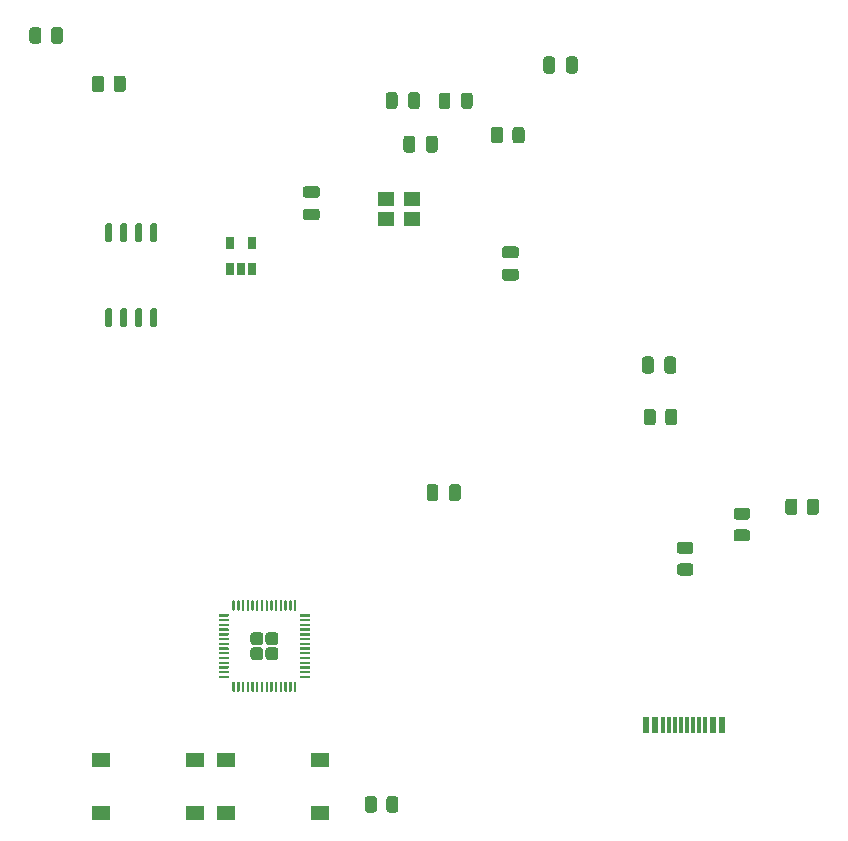
<source format=gtp>
%TF.GenerationSoftware,KiCad,Pcbnew,(5.1.12)-1*%
%TF.CreationDate,2026-01-09T19:54:51+05:30*%
%TF.ProjectId,Aniket_Board,416e696b-6574-45f4-926f-6172642e6b69,rev?*%
%TF.SameCoordinates,Original*%
%TF.FileFunction,Paste,Top*%
%TF.FilePolarity,Positive*%
%FSLAX46Y46*%
G04 Gerber Fmt 4.6, Leading zero omitted, Abs format (unit mm)*
G04 Created by KiCad (PCBNEW (5.1.12)-1) date 2026-01-09 19:54:51*
%MOMM*%
%LPD*%
G01*
G04 APERTURE LIST*
%ADD10R,1.400000X1.200000*%
%ADD11R,1.550000X1.300000*%
%ADD12R,0.600000X1.450000*%
%ADD13R,0.300000X1.450000*%
%ADD14R,0.650000X1.060000*%
G04 APERTURE END LIST*
%TO.C,U1*%
G36*
G01*
X139490283Y-115454717D02*
X139490283Y-114870283D01*
G75*
G02*
X139740283Y-114620283I250000J0D01*
G01*
X140324717Y-114620283D01*
G75*
G02*
X140574717Y-114870283I0J-250000D01*
G01*
X140574717Y-115454717D01*
G75*
G02*
X140324717Y-115704717I-250000J0D01*
G01*
X139740283Y-115704717D01*
G75*
G02*
X139490283Y-115454717I0J250000D01*
G01*
G37*
G36*
G01*
X139490283Y-116729717D02*
X139490283Y-116145283D01*
G75*
G02*
X139740283Y-115895283I250000J0D01*
G01*
X140324717Y-115895283D01*
G75*
G02*
X140574717Y-116145283I0J-250000D01*
G01*
X140574717Y-116729717D01*
G75*
G02*
X140324717Y-116979717I-250000J0D01*
G01*
X139740283Y-116979717D01*
G75*
G02*
X139490283Y-116729717I0J250000D01*
G01*
G37*
G36*
G01*
X140765283Y-115454717D02*
X140765283Y-114870283D01*
G75*
G02*
X141015283Y-114620283I250000J0D01*
G01*
X141599717Y-114620283D01*
G75*
G02*
X141849717Y-114870283I0J-250000D01*
G01*
X141849717Y-115454717D01*
G75*
G02*
X141599717Y-115704717I-250000J0D01*
G01*
X141015283Y-115704717D01*
G75*
G02*
X140765283Y-115454717I0J250000D01*
G01*
G37*
G36*
G01*
X140765283Y-116729717D02*
X140765283Y-116145283D01*
G75*
G02*
X141015283Y-115895283I250000J0D01*
G01*
X141599717Y-115895283D01*
G75*
G02*
X141849717Y-116145283I0J-250000D01*
G01*
X141849717Y-116729717D01*
G75*
G02*
X141599717Y-116979717I-250000J0D01*
G01*
X141015283Y-116979717D01*
G75*
G02*
X140765283Y-116729717I0J250000D01*
G01*
G37*
G36*
G01*
X136795000Y-113250000D02*
X136795000Y-113150000D01*
G75*
G02*
X136845000Y-113100000I50000J0D01*
G01*
X137620000Y-113100000D01*
G75*
G02*
X137670000Y-113150000I0J-50000D01*
G01*
X137670000Y-113250000D01*
G75*
G02*
X137620000Y-113300000I-50000J0D01*
G01*
X136845000Y-113300000D01*
G75*
G02*
X136795000Y-113250000I0J50000D01*
G01*
G37*
G36*
G01*
X136795000Y-113650000D02*
X136795000Y-113550000D01*
G75*
G02*
X136845000Y-113500000I50000J0D01*
G01*
X137620000Y-113500000D01*
G75*
G02*
X137670000Y-113550000I0J-50000D01*
G01*
X137670000Y-113650000D01*
G75*
G02*
X137620000Y-113700000I-50000J0D01*
G01*
X136845000Y-113700000D01*
G75*
G02*
X136795000Y-113650000I0J50000D01*
G01*
G37*
G36*
G01*
X136795000Y-114050000D02*
X136795000Y-113950000D01*
G75*
G02*
X136845000Y-113900000I50000J0D01*
G01*
X137620000Y-113900000D01*
G75*
G02*
X137670000Y-113950000I0J-50000D01*
G01*
X137670000Y-114050000D01*
G75*
G02*
X137620000Y-114100000I-50000J0D01*
G01*
X136845000Y-114100000D01*
G75*
G02*
X136795000Y-114050000I0J50000D01*
G01*
G37*
G36*
G01*
X136795000Y-114450000D02*
X136795000Y-114350000D01*
G75*
G02*
X136845000Y-114300000I50000J0D01*
G01*
X137620000Y-114300000D01*
G75*
G02*
X137670000Y-114350000I0J-50000D01*
G01*
X137670000Y-114450000D01*
G75*
G02*
X137620000Y-114500000I-50000J0D01*
G01*
X136845000Y-114500000D01*
G75*
G02*
X136795000Y-114450000I0J50000D01*
G01*
G37*
G36*
G01*
X136795000Y-114850000D02*
X136795000Y-114750000D01*
G75*
G02*
X136845000Y-114700000I50000J0D01*
G01*
X137620000Y-114700000D01*
G75*
G02*
X137670000Y-114750000I0J-50000D01*
G01*
X137670000Y-114850000D01*
G75*
G02*
X137620000Y-114900000I-50000J0D01*
G01*
X136845000Y-114900000D01*
G75*
G02*
X136795000Y-114850000I0J50000D01*
G01*
G37*
G36*
G01*
X136795000Y-115250000D02*
X136795000Y-115150000D01*
G75*
G02*
X136845000Y-115100000I50000J0D01*
G01*
X137620000Y-115100000D01*
G75*
G02*
X137670000Y-115150000I0J-50000D01*
G01*
X137670000Y-115250000D01*
G75*
G02*
X137620000Y-115300000I-50000J0D01*
G01*
X136845000Y-115300000D01*
G75*
G02*
X136795000Y-115250000I0J50000D01*
G01*
G37*
G36*
G01*
X136795000Y-115650000D02*
X136795000Y-115550000D01*
G75*
G02*
X136845000Y-115500000I50000J0D01*
G01*
X137620000Y-115500000D01*
G75*
G02*
X137670000Y-115550000I0J-50000D01*
G01*
X137670000Y-115650000D01*
G75*
G02*
X137620000Y-115700000I-50000J0D01*
G01*
X136845000Y-115700000D01*
G75*
G02*
X136795000Y-115650000I0J50000D01*
G01*
G37*
G36*
G01*
X136795000Y-116050000D02*
X136795000Y-115950000D01*
G75*
G02*
X136845000Y-115900000I50000J0D01*
G01*
X137620000Y-115900000D01*
G75*
G02*
X137670000Y-115950000I0J-50000D01*
G01*
X137670000Y-116050000D01*
G75*
G02*
X137620000Y-116100000I-50000J0D01*
G01*
X136845000Y-116100000D01*
G75*
G02*
X136795000Y-116050000I0J50000D01*
G01*
G37*
G36*
G01*
X136795000Y-116450000D02*
X136795000Y-116350000D01*
G75*
G02*
X136845000Y-116300000I50000J0D01*
G01*
X137620000Y-116300000D01*
G75*
G02*
X137670000Y-116350000I0J-50000D01*
G01*
X137670000Y-116450000D01*
G75*
G02*
X137620000Y-116500000I-50000J0D01*
G01*
X136845000Y-116500000D01*
G75*
G02*
X136795000Y-116450000I0J50000D01*
G01*
G37*
G36*
G01*
X136795000Y-116850000D02*
X136795000Y-116750000D01*
G75*
G02*
X136845000Y-116700000I50000J0D01*
G01*
X137620000Y-116700000D01*
G75*
G02*
X137670000Y-116750000I0J-50000D01*
G01*
X137670000Y-116850000D01*
G75*
G02*
X137620000Y-116900000I-50000J0D01*
G01*
X136845000Y-116900000D01*
G75*
G02*
X136795000Y-116850000I0J50000D01*
G01*
G37*
G36*
G01*
X136795000Y-117250000D02*
X136795000Y-117150000D01*
G75*
G02*
X136845000Y-117100000I50000J0D01*
G01*
X137620000Y-117100000D01*
G75*
G02*
X137670000Y-117150000I0J-50000D01*
G01*
X137670000Y-117250000D01*
G75*
G02*
X137620000Y-117300000I-50000J0D01*
G01*
X136845000Y-117300000D01*
G75*
G02*
X136795000Y-117250000I0J50000D01*
G01*
G37*
G36*
G01*
X136795000Y-117650000D02*
X136795000Y-117550000D01*
G75*
G02*
X136845000Y-117500000I50000J0D01*
G01*
X137620000Y-117500000D01*
G75*
G02*
X137670000Y-117550000I0J-50000D01*
G01*
X137670000Y-117650000D01*
G75*
G02*
X137620000Y-117700000I-50000J0D01*
G01*
X136845000Y-117700000D01*
G75*
G02*
X136795000Y-117650000I0J50000D01*
G01*
G37*
G36*
G01*
X136795000Y-118050000D02*
X136795000Y-117950000D01*
G75*
G02*
X136845000Y-117900000I50000J0D01*
G01*
X137620000Y-117900000D01*
G75*
G02*
X137670000Y-117950000I0J-50000D01*
G01*
X137670000Y-118050000D01*
G75*
G02*
X137620000Y-118100000I-50000J0D01*
G01*
X136845000Y-118100000D01*
G75*
G02*
X136795000Y-118050000I0J50000D01*
G01*
G37*
G36*
G01*
X136795000Y-118450000D02*
X136795000Y-118350000D01*
G75*
G02*
X136845000Y-118300000I50000J0D01*
G01*
X137620000Y-118300000D01*
G75*
G02*
X137670000Y-118350000I0J-50000D01*
G01*
X137670000Y-118450000D01*
G75*
G02*
X137620000Y-118500000I-50000J0D01*
G01*
X136845000Y-118500000D01*
G75*
G02*
X136795000Y-118450000I0J50000D01*
G01*
G37*
G36*
G01*
X137970000Y-119625000D02*
X137970000Y-118850000D01*
G75*
G02*
X138020000Y-118800000I50000J0D01*
G01*
X138120000Y-118800000D01*
G75*
G02*
X138170000Y-118850000I0J-50000D01*
G01*
X138170000Y-119625000D01*
G75*
G02*
X138120000Y-119675000I-50000J0D01*
G01*
X138020000Y-119675000D01*
G75*
G02*
X137970000Y-119625000I0J50000D01*
G01*
G37*
G36*
G01*
X138370000Y-119625000D02*
X138370000Y-118850000D01*
G75*
G02*
X138420000Y-118800000I50000J0D01*
G01*
X138520000Y-118800000D01*
G75*
G02*
X138570000Y-118850000I0J-50000D01*
G01*
X138570000Y-119625000D01*
G75*
G02*
X138520000Y-119675000I-50000J0D01*
G01*
X138420000Y-119675000D01*
G75*
G02*
X138370000Y-119625000I0J50000D01*
G01*
G37*
G36*
G01*
X138770000Y-119625000D02*
X138770000Y-118850000D01*
G75*
G02*
X138820000Y-118800000I50000J0D01*
G01*
X138920000Y-118800000D01*
G75*
G02*
X138970000Y-118850000I0J-50000D01*
G01*
X138970000Y-119625000D01*
G75*
G02*
X138920000Y-119675000I-50000J0D01*
G01*
X138820000Y-119675000D01*
G75*
G02*
X138770000Y-119625000I0J50000D01*
G01*
G37*
G36*
G01*
X139170000Y-119625000D02*
X139170000Y-118850000D01*
G75*
G02*
X139220000Y-118800000I50000J0D01*
G01*
X139320000Y-118800000D01*
G75*
G02*
X139370000Y-118850000I0J-50000D01*
G01*
X139370000Y-119625000D01*
G75*
G02*
X139320000Y-119675000I-50000J0D01*
G01*
X139220000Y-119675000D01*
G75*
G02*
X139170000Y-119625000I0J50000D01*
G01*
G37*
G36*
G01*
X139570000Y-119625000D02*
X139570000Y-118850000D01*
G75*
G02*
X139620000Y-118800000I50000J0D01*
G01*
X139720000Y-118800000D01*
G75*
G02*
X139770000Y-118850000I0J-50000D01*
G01*
X139770000Y-119625000D01*
G75*
G02*
X139720000Y-119675000I-50000J0D01*
G01*
X139620000Y-119675000D01*
G75*
G02*
X139570000Y-119625000I0J50000D01*
G01*
G37*
G36*
G01*
X139970000Y-119625000D02*
X139970000Y-118850000D01*
G75*
G02*
X140020000Y-118800000I50000J0D01*
G01*
X140120000Y-118800000D01*
G75*
G02*
X140170000Y-118850000I0J-50000D01*
G01*
X140170000Y-119625000D01*
G75*
G02*
X140120000Y-119675000I-50000J0D01*
G01*
X140020000Y-119675000D01*
G75*
G02*
X139970000Y-119625000I0J50000D01*
G01*
G37*
G36*
G01*
X140370000Y-119625000D02*
X140370000Y-118850000D01*
G75*
G02*
X140420000Y-118800000I50000J0D01*
G01*
X140520000Y-118800000D01*
G75*
G02*
X140570000Y-118850000I0J-50000D01*
G01*
X140570000Y-119625000D01*
G75*
G02*
X140520000Y-119675000I-50000J0D01*
G01*
X140420000Y-119675000D01*
G75*
G02*
X140370000Y-119625000I0J50000D01*
G01*
G37*
G36*
G01*
X140770000Y-119625000D02*
X140770000Y-118850000D01*
G75*
G02*
X140820000Y-118800000I50000J0D01*
G01*
X140920000Y-118800000D01*
G75*
G02*
X140970000Y-118850000I0J-50000D01*
G01*
X140970000Y-119625000D01*
G75*
G02*
X140920000Y-119675000I-50000J0D01*
G01*
X140820000Y-119675000D01*
G75*
G02*
X140770000Y-119625000I0J50000D01*
G01*
G37*
G36*
G01*
X141170000Y-119625000D02*
X141170000Y-118850000D01*
G75*
G02*
X141220000Y-118800000I50000J0D01*
G01*
X141320000Y-118800000D01*
G75*
G02*
X141370000Y-118850000I0J-50000D01*
G01*
X141370000Y-119625000D01*
G75*
G02*
X141320000Y-119675000I-50000J0D01*
G01*
X141220000Y-119675000D01*
G75*
G02*
X141170000Y-119625000I0J50000D01*
G01*
G37*
G36*
G01*
X141570000Y-119625000D02*
X141570000Y-118850000D01*
G75*
G02*
X141620000Y-118800000I50000J0D01*
G01*
X141720000Y-118800000D01*
G75*
G02*
X141770000Y-118850000I0J-50000D01*
G01*
X141770000Y-119625000D01*
G75*
G02*
X141720000Y-119675000I-50000J0D01*
G01*
X141620000Y-119675000D01*
G75*
G02*
X141570000Y-119625000I0J50000D01*
G01*
G37*
G36*
G01*
X141970000Y-119625000D02*
X141970000Y-118850000D01*
G75*
G02*
X142020000Y-118800000I50000J0D01*
G01*
X142120000Y-118800000D01*
G75*
G02*
X142170000Y-118850000I0J-50000D01*
G01*
X142170000Y-119625000D01*
G75*
G02*
X142120000Y-119675000I-50000J0D01*
G01*
X142020000Y-119675000D01*
G75*
G02*
X141970000Y-119625000I0J50000D01*
G01*
G37*
G36*
G01*
X142370000Y-119625000D02*
X142370000Y-118850000D01*
G75*
G02*
X142420000Y-118800000I50000J0D01*
G01*
X142520000Y-118800000D01*
G75*
G02*
X142570000Y-118850000I0J-50000D01*
G01*
X142570000Y-119625000D01*
G75*
G02*
X142520000Y-119675000I-50000J0D01*
G01*
X142420000Y-119675000D01*
G75*
G02*
X142370000Y-119625000I0J50000D01*
G01*
G37*
G36*
G01*
X142770000Y-119625000D02*
X142770000Y-118850000D01*
G75*
G02*
X142820000Y-118800000I50000J0D01*
G01*
X142920000Y-118800000D01*
G75*
G02*
X142970000Y-118850000I0J-50000D01*
G01*
X142970000Y-119625000D01*
G75*
G02*
X142920000Y-119675000I-50000J0D01*
G01*
X142820000Y-119675000D01*
G75*
G02*
X142770000Y-119625000I0J50000D01*
G01*
G37*
G36*
G01*
X143170000Y-119625000D02*
X143170000Y-118850000D01*
G75*
G02*
X143220000Y-118800000I50000J0D01*
G01*
X143320000Y-118800000D01*
G75*
G02*
X143370000Y-118850000I0J-50000D01*
G01*
X143370000Y-119625000D01*
G75*
G02*
X143320000Y-119675000I-50000J0D01*
G01*
X143220000Y-119675000D01*
G75*
G02*
X143170000Y-119625000I0J50000D01*
G01*
G37*
G36*
G01*
X143670000Y-118450000D02*
X143670000Y-118350000D01*
G75*
G02*
X143720000Y-118300000I50000J0D01*
G01*
X144495000Y-118300000D01*
G75*
G02*
X144545000Y-118350000I0J-50000D01*
G01*
X144545000Y-118450000D01*
G75*
G02*
X144495000Y-118500000I-50000J0D01*
G01*
X143720000Y-118500000D01*
G75*
G02*
X143670000Y-118450000I0J50000D01*
G01*
G37*
G36*
G01*
X143670000Y-118050000D02*
X143670000Y-117950000D01*
G75*
G02*
X143720000Y-117900000I50000J0D01*
G01*
X144495000Y-117900000D01*
G75*
G02*
X144545000Y-117950000I0J-50000D01*
G01*
X144545000Y-118050000D01*
G75*
G02*
X144495000Y-118100000I-50000J0D01*
G01*
X143720000Y-118100000D01*
G75*
G02*
X143670000Y-118050000I0J50000D01*
G01*
G37*
G36*
G01*
X143670000Y-117650000D02*
X143670000Y-117550000D01*
G75*
G02*
X143720000Y-117500000I50000J0D01*
G01*
X144495000Y-117500000D01*
G75*
G02*
X144545000Y-117550000I0J-50000D01*
G01*
X144545000Y-117650000D01*
G75*
G02*
X144495000Y-117700000I-50000J0D01*
G01*
X143720000Y-117700000D01*
G75*
G02*
X143670000Y-117650000I0J50000D01*
G01*
G37*
G36*
G01*
X143670000Y-117250000D02*
X143670000Y-117150000D01*
G75*
G02*
X143720000Y-117100000I50000J0D01*
G01*
X144495000Y-117100000D01*
G75*
G02*
X144545000Y-117150000I0J-50000D01*
G01*
X144545000Y-117250000D01*
G75*
G02*
X144495000Y-117300000I-50000J0D01*
G01*
X143720000Y-117300000D01*
G75*
G02*
X143670000Y-117250000I0J50000D01*
G01*
G37*
G36*
G01*
X143670000Y-116850000D02*
X143670000Y-116750000D01*
G75*
G02*
X143720000Y-116700000I50000J0D01*
G01*
X144495000Y-116700000D01*
G75*
G02*
X144545000Y-116750000I0J-50000D01*
G01*
X144545000Y-116850000D01*
G75*
G02*
X144495000Y-116900000I-50000J0D01*
G01*
X143720000Y-116900000D01*
G75*
G02*
X143670000Y-116850000I0J50000D01*
G01*
G37*
G36*
G01*
X143670000Y-116450000D02*
X143670000Y-116350000D01*
G75*
G02*
X143720000Y-116300000I50000J0D01*
G01*
X144495000Y-116300000D01*
G75*
G02*
X144545000Y-116350000I0J-50000D01*
G01*
X144545000Y-116450000D01*
G75*
G02*
X144495000Y-116500000I-50000J0D01*
G01*
X143720000Y-116500000D01*
G75*
G02*
X143670000Y-116450000I0J50000D01*
G01*
G37*
G36*
G01*
X143670000Y-116050000D02*
X143670000Y-115950000D01*
G75*
G02*
X143720000Y-115900000I50000J0D01*
G01*
X144495000Y-115900000D01*
G75*
G02*
X144545000Y-115950000I0J-50000D01*
G01*
X144545000Y-116050000D01*
G75*
G02*
X144495000Y-116100000I-50000J0D01*
G01*
X143720000Y-116100000D01*
G75*
G02*
X143670000Y-116050000I0J50000D01*
G01*
G37*
G36*
G01*
X143670000Y-115650000D02*
X143670000Y-115550000D01*
G75*
G02*
X143720000Y-115500000I50000J0D01*
G01*
X144495000Y-115500000D01*
G75*
G02*
X144545000Y-115550000I0J-50000D01*
G01*
X144545000Y-115650000D01*
G75*
G02*
X144495000Y-115700000I-50000J0D01*
G01*
X143720000Y-115700000D01*
G75*
G02*
X143670000Y-115650000I0J50000D01*
G01*
G37*
G36*
G01*
X143670000Y-115250000D02*
X143670000Y-115150000D01*
G75*
G02*
X143720000Y-115100000I50000J0D01*
G01*
X144495000Y-115100000D01*
G75*
G02*
X144545000Y-115150000I0J-50000D01*
G01*
X144545000Y-115250000D01*
G75*
G02*
X144495000Y-115300000I-50000J0D01*
G01*
X143720000Y-115300000D01*
G75*
G02*
X143670000Y-115250000I0J50000D01*
G01*
G37*
G36*
G01*
X143670000Y-114850000D02*
X143670000Y-114750000D01*
G75*
G02*
X143720000Y-114700000I50000J0D01*
G01*
X144495000Y-114700000D01*
G75*
G02*
X144545000Y-114750000I0J-50000D01*
G01*
X144545000Y-114850000D01*
G75*
G02*
X144495000Y-114900000I-50000J0D01*
G01*
X143720000Y-114900000D01*
G75*
G02*
X143670000Y-114850000I0J50000D01*
G01*
G37*
G36*
G01*
X143670000Y-114450000D02*
X143670000Y-114350000D01*
G75*
G02*
X143720000Y-114300000I50000J0D01*
G01*
X144495000Y-114300000D01*
G75*
G02*
X144545000Y-114350000I0J-50000D01*
G01*
X144545000Y-114450000D01*
G75*
G02*
X144495000Y-114500000I-50000J0D01*
G01*
X143720000Y-114500000D01*
G75*
G02*
X143670000Y-114450000I0J50000D01*
G01*
G37*
G36*
G01*
X143670000Y-114050000D02*
X143670000Y-113950000D01*
G75*
G02*
X143720000Y-113900000I50000J0D01*
G01*
X144495000Y-113900000D01*
G75*
G02*
X144545000Y-113950000I0J-50000D01*
G01*
X144545000Y-114050000D01*
G75*
G02*
X144495000Y-114100000I-50000J0D01*
G01*
X143720000Y-114100000D01*
G75*
G02*
X143670000Y-114050000I0J50000D01*
G01*
G37*
G36*
G01*
X143670000Y-113650000D02*
X143670000Y-113550000D01*
G75*
G02*
X143720000Y-113500000I50000J0D01*
G01*
X144495000Y-113500000D01*
G75*
G02*
X144545000Y-113550000I0J-50000D01*
G01*
X144545000Y-113650000D01*
G75*
G02*
X144495000Y-113700000I-50000J0D01*
G01*
X143720000Y-113700000D01*
G75*
G02*
X143670000Y-113650000I0J50000D01*
G01*
G37*
G36*
G01*
X143670000Y-113250000D02*
X143670000Y-113150000D01*
G75*
G02*
X143720000Y-113100000I50000J0D01*
G01*
X144495000Y-113100000D01*
G75*
G02*
X144545000Y-113150000I0J-50000D01*
G01*
X144545000Y-113250000D01*
G75*
G02*
X144495000Y-113300000I-50000J0D01*
G01*
X143720000Y-113300000D01*
G75*
G02*
X143670000Y-113250000I0J50000D01*
G01*
G37*
G36*
G01*
X143170000Y-112750000D02*
X143170000Y-111975000D01*
G75*
G02*
X143220000Y-111925000I50000J0D01*
G01*
X143320000Y-111925000D01*
G75*
G02*
X143370000Y-111975000I0J-50000D01*
G01*
X143370000Y-112750000D01*
G75*
G02*
X143320000Y-112800000I-50000J0D01*
G01*
X143220000Y-112800000D01*
G75*
G02*
X143170000Y-112750000I0J50000D01*
G01*
G37*
G36*
G01*
X142770000Y-112750000D02*
X142770000Y-111975000D01*
G75*
G02*
X142820000Y-111925000I50000J0D01*
G01*
X142920000Y-111925000D01*
G75*
G02*
X142970000Y-111975000I0J-50000D01*
G01*
X142970000Y-112750000D01*
G75*
G02*
X142920000Y-112800000I-50000J0D01*
G01*
X142820000Y-112800000D01*
G75*
G02*
X142770000Y-112750000I0J50000D01*
G01*
G37*
G36*
G01*
X142370000Y-112750000D02*
X142370000Y-111975000D01*
G75*
G02*
X142420000Y-111925000I50000J0D01*
G01*
X142520000Y-111925000D01*
G75*
G02*
X142570000Y-111975000I0J-50000D01*
G01*
X142570000Y-112750000D01*
G75*
G02*
X142520000Y-112800000I-50000J0D01*
G01*
X142420000Y-112800000D01*
G75*
G02*
X142370000Y-112750000I0J50000D01*
G01*
G37*
G36*
G01*
X141970000Y-112750000D02*
X141970000Y-111975000D01*
G75*
G02*
X142020000Y-111925000I50000J0D01*
G01*
X142120000Y-111925000D01*
G75*
G02*
X142170000Y-111975000I0J-50000D01*
G01*
X142170000Y-112750000D01*
G75*
G02*
X142120000Y-112800000I-50000J0D01*
G01*
X142020000Y-112800000D01*
G75*
G02*
X141970000Y-112750000I0J50000D01*
G01*
G37*
G36*
G01*
X141570000Y-112750000D02*
X141570000Y-111975000D01*
G75*
G02*
X141620000Y-111925000I50000J0D01*
G01*
X141720000Y-111925000D01*
G75*
G02*
X141770000Y-111975000I0J-50000D01*
G01*
X141770000Y-112750000D01*
G75*
G02*
X141720000Y-112800000I-50000J0D01*
G01*
X141620000Y-112800000D01*
G75*
G02*
X141570000Y-112750000I0J50000D01*
G01*
G37*
G36*
G01*
X141170000Y-112750000D02*
X141170000Y-111975000D01*
G75*
G02*
X141220000Y-111925000I50000J0D01*
G01*
X141320000Y-111925000D01*
G75*
G02*
X141370000Y-111975000I0J-50000D01*
G01*
X141370000Y-112750000D01*
G75*
G02*
X141320000Y-112800000I-50000J0D01*
G01*
X141220000Y-112800000D01*
G75*
G02*
X141170000Y-112750000I0J50000D01*
G01*
G37*
G36*
G01*
X140770000Y-112750000D02*
X140770000Y-111975000D01*
G75*
G02*
X140820000Y-111925000I50000J0D01*
G01*
X140920000Y-111925000D01*
G75*
G02*
X140970000Y-111975000I0J-50000D01*
G01*
X140970000Y-112750000D01*
G75*
G02*
X140920000Y-112800000I-50000J0D01*
G01*
X140820000Y-112800000D01*
G75*
G02*
X140770000Y-112750000I0J50000D01*
G01*
G37*
G36*
G01*
X140370000Y-112750000D02*
X140370000Y-111975000D01*
G75*
G02*
X140420000Y-111925000I50000J0D01*
G01*
X140520000Y-111925000D01*
G75*
G02*
X140570000Y-111975000I0J-50000D01*
G01*
X140570000Y-112750000D01*
G75*
G02*
X140520000Y-112800000I-50000J0D01*
G01*
X140420000Y-112800000D01*
G75*
G02*
X140370000Y-112750000I0J50000D01*
G01*
G37*
G36*
G01*
X139970000Y-112750000D02*
X139970000Y-111975000D01*
G75*
G02*
X140020000Y-111925000I50000J0D01*
G01*
X140120000Y-111925000D01*
G75*
G02*
X140170000Y-111975000I0J-50000D01*
G01*
X140170000Y-112750000D01*
G75*
G02*
X140120000Y-112800000I-50000J0D01*
G01*
X140020000Y-112800000D01*
G75*
G02*
X139970000Y-112750000I0J50000D01*
G01*
G37*
G36*
G01*
X139570000Y-112750000D02*
X139570000Y-111975000D01*
G75*
G02*
X139620000Y-111925000I50000J0D01*
G01*
X139720000Y-111925000D01*
G75*
G02*
X139770000Y-111975000I0J-50000D01*
G01*
X139770000Y-112750000D01*
G75*
G02*
X139720000Y-112800000I-50000J0D01*
G01*
X139620000Y-112800000D01*
G75*
G02*
X139570000Y-112750000I0J50000D01*
G01*
G37*
G36*
G01*
X139170000Y-112750000D02*
X139170000Y-111975000D01*
G75*
G02*
X139220000Y-111925000I50000J0D01*
G01*
X139320000Y-111925000D01*
G75*
G02*
X139370000Y-111975000I0J-50000D01*
G01*
X139370000Y-112750000D01*
G75*
G02*
X139320000Y-112800000I-50000J0D01*
G01*
X139220000Y-112800000D01*
G75*
G02*
X139170000Y-112750000I0J50000D01*
G01*
G37*
G36*
G01*
X138770000Y-112750000D02*
X138770000Y-111975000D01*
G75*
G02*
X138820000Y-111925000I50000J0D01*
G01*
X138920000Y-111925000D01*
G75*
G02*
X138970000Y-111975000I0J-50000D01*
G01*
X138970000Y-112750000D01*
G75*
G02*
X138920000Y-112800000I-50000J0D01*
G01*
X138820000Y-112800000D01*
G75*
G02*
X138770000Y-112750000I0J50000D01*
G01*
G37*
G36*
G01*
X138370000Y-112750000D02*
X138370000Y-111975000D01*
G75*
G02*
X138420000Y-111925000I50000J0D01*
G01*
X138520000Y-111925000D01*
G75*
G02*
X138570000Y-111975000I0J-50000D01*
G01*
X138570000Y-112750000D01*
G75*
G02*
X138520000Y-112800000I-50000J0D01*
G01*
X138420000Y-112800000D01*
G75*
G02*
X138370000Y-112750000I0J50000D01*
G01*
G37*
G36*
G01*
X137970000Y-112750000D02*
X137970000Y-111975000D01*
G75*
G02*
X138020000Y-111925000I50000J0D01*
G01*
X138120000Y-111925000D01*
G75*
G02*
X138170000Y-111975000I0J-50000D01*
G01*
X138170000Y-112750000D01*
G75*
G02*
X138120000Y-112800000I-50000J0D01*
G01*
X138020000Y-112800000D01*
G75*
G02*
X137970000Y-112750000I0J50000D01*
G01*
G37*
%TD*%
D10*
%TO.C,Y1*%
X151000000Y-77900000D03*
X153200000Y-77900000D03*
X153200000Y-79600000D03*
X151000000Y-79600000D03*
%TD*%
%TO.C,U3*%
G36*
G01*
X127645000Y-81600000D02*
X127345000Y-81600000D01*
G75*
G02*
X127195000Y-81450000I0J150000D01*
G01*
X127195000Y-80150000D01*
G75*
G02*
X127345000Y-80000000I150000J0D01*
G01*
X127645000Y-80000000D01*
G75*
G02*
X127795000Y-80150000I0J-150000D01*
G01*
X127795000Y-81450000D01*
G75*
G02*
X127645000Y-81600000I-150000J0D01*
G01*
G37*
G36*
G01*
X128915000Y-81600000D02*
X128615000Y-81600000D01*
G75*
G02*
X128465000Y-81450000I0J150000D01*
G01*
X128465000Y-80150000D01*
G75*
G02*
X128615000Y-80000000I150000J0D01*
G01*
X128915000Y-80000000D01*
G75*
G02*
X129065000Y-80150000I0J-150000D01*
G01*
X129065000Y-81450000D01*
G75*
G02*
X128915000Y-81600000I-150000J0D01*
G01*
G37*
G36*
G01*
X130185000Y-81600000D02*
X129885000Y-81600000D01*
G75*
G02*
X129735000Y-81450000I0J150000D01*
G01*
X129735000Y-80150000D01*
G75*
G02*
X129885000Y-80000000I150000J0D01*
G01*
X130185000Y-80000000D01*
G75*
G02*
X130335000Y-80150000I0J-150000D01*
G01*
X130335000Y-81450000D01*
G75*
G02*
X130185000Y-81600000I-150000J0D01*
G01*
G37*
G36*
G01*
X131455000Y-81600000D02*
X131155000Y-81600000D01*
G75*
G02*
X131005000Y-81450000I0J150000D01*
G01*
X131005000Y-80150000D01*
G75*
G02*
X131155000Y-80000000I150000J0D01*
G01*
X131455000Y-80000000D01*
G75*
G02*
X131605000Y-80150000I0J-150000D01*
G01*
X131605000Y-81450000D01*
G75*
G02*
X131455000Y-81600000I-150000J0D01*
G01*
G37*
G36*
G01*
X131455000Y-88800000D02*
X131155000Y-88800000D01*
G75*
G02*
X131005000Y-88650000I0J150000D01*
G01*
X131005000Y-87350000D01*
G75*
G02*
X131155000Y-87200000I150000J0D01*
G01*
X131455000Y-87200000D01*
G75*
G02*
X131605000Y-87350000I0J-150000D01*
G01*
X131605000Y-88650000D01*
G75*
G02*
X131455000Y-88800000I-150000J0D01*
G01*
G37*
G36*
G01*
X130185000Y-88800000D02*
X129885000Y-88800000D01*
G75*
G02*
X129735000Y-88650000I0J150000D01*
G01*
X129735000Y-87350000D01*
G75*
G02*
X129885000Y-87200000I150000J0D01*
G01*
X130185000Y-87200000D01*
G75*
G02*
X130335000Y-87350000I0J-150000D01*
G01*
X130335000Y-88650000D01*
G75*
G02*
X130185000Y-88800000I-150000J0D01*
G01*
G37*
G36*
G01*
X128915000Y-88800000D02*
X128615000Y-88800000D01*
G75*
G02*
X128465000Y-88650000I0J150000D01*
G01*
X128465000Y-87350000D01*
G75*
G02*
X128615000Y-87200000I150000J0D01*
G01*
X128915000Y-87200000D01*
G75*
G02*
X129065000Y-87350000I0J-150000D01*
G01*
X129065000Y-88650000D01*
G75*
G02*
X128915000Y-88800000I-150000J0D01*
G01*
G37*
G36*
G01*
X127645000Y-88800000D02*
X127345000Y-88800000D01*
G75*
G02*
X127195000Y-88650000I0J150000D01*
G01*
X127195000Y-87350000D01*
G75*
G02*
X127345000Y-87200000I150000J0D01*
G01*
X127645000Y-87200000D01*
G75*
G02*
X127795000Y-87350000I0J-150000D01*
G01*
X127795000Y-88650000D01*
G75*
G02*
X127645000Y-88800000I-150000J0D01*
G01*
G37*
%TD*%
D11*
%TO.C,SW2*%
X134780000Y-129950000D03*
X134780000Y-125450000D03*
X126820000Y-125450000D03*
X126820000Y-129950000D03*
%TD*%
%TO.C,R8*%
G36*
G01*
X161680000Y-72980002D02*
X161680000Y-72079998D01*
G75*
G02*
X161929998Y-71830000I249998J0D01*
G01*
X162455002Y-71830000D01*
G75*
G02*
X162705000Y-72079998I0J-249998D01*
G01*
X162705000Y-72980002D01*
G75*
G02*
X162455002Y-73230000I-249998J0D01*
G01*
X161929998Y-73230000D01*
G75*
G02*
X161680000Y-72980002I0J249998D01*
G01*
G37*
G36*
G01*
X159855000Y-72980002D02*
X159855000Y-72079998D01*
G75*
G02*
X160104998Y-71830000I249998J0D01*
G01*
X160630002Y-71830000D01*
G75*
G02*
X160880000Y-72079998I0J-249998D01*
G01*
X160880000Y-72980002D01*
G75*
G02*
X160630002Y-73230000I-249998J0D01*
G01*
X160104998Y-73230000D01*
G75*
G02*
X159855000Y-72980002I0J249998D01*
G01*
G37*
%TD*%
%TO.C,R7*%
G36*
G01*
X127100000Y-67749998D02*
X127100000Y-68650002D01*
G75*
G02*
X126850002Y-68900000I-249998J0D01*
G01*
X126324998Y-68900000D01*
G75*
G02*
X126075000Y-68650002I0J249998D01*
G01*
X126075000Y-67749998D01*
G75*
G02*
X126324998Y-67500000I249998J0D01*
G01*
X126850002Y-67500000D01*
G75*
G02*
X127100000Y-67749998I0J-249998D01*
G01*
G37*
G36*
G01*
X128925000Y-67749998D02*
X128925000Y-68650002D01*
G75*
G02*
X128675002Y-68900000I-249998J0D01*
G01*
X128149998Y-68900000D01*
G75*
G02*
X127900000Y-68650002I0J249998D01*
G01*
X127900000Y-67749998D01*
G75*
G02*
X128149998Y-67500000I249998J0D01*
G01*
X128675002Y-67500000D01*
G75*
G02*
X128925000Y-67749998I0J-249998D01*
G01*
G37*
%TD*%
%TO.C,R6*%
G36*
G01*
X121800000Y-63649998D02*
X121800000Y-64550002D01*
G75*
G02*
X121550002Y-64800000I-249998J0D01*
G01*
X121024998Y-64800000D01*
G75*
G02*
X120775000Y-64550002I0J249998D01*
G01*
X120775000Y-63649998D01*
G75*
G02*
X121024998Y-63400000I249998J0D01*
G01*
X121550002Y-63400000D01*
G75*
G02*
X121800000Y-63649998I0J-249998D01*
G01*
G37*
G36*
G01*
X123625000Y-63649998D02*
X123625000Y-64550002D01*
G75*
G02*
X123375002Y-64800000I-249998J0D01*
G01*
X122849998Y-64800000D01*
G75*
G02*
X122600000Y-64550002I0J249998D01*
G01*
X122600000Y-63649998D01*
G75*
G02*
X122849998Y-63400000I249998J0D01*
G01*
X123375002Y-63400000D01*
G75*
G02*
X123625000Y-63649998I0J-249998D01*
G01*
G37*
%TD*%
%TO.C,D1*%
G36*
G01*
X157320000Y-70081250D02*
X157320000Y-69168750D01*
G75*
G02*
X157563750Y-68925000I243750J0D01*
G01*
X158051250Y-68925000D01*
G75*
G02*
X158295000Y-69168750I0J-243750D01*
G01*
X158295000Y-70081250D01*
G75*
G02*
X158051250Y-70325000I-243750J0D01*
G01*
X157563750Y-70325000D01*
G75*
G02*
X157320000Y-70081250I0J243750D01*
G01*
G37*
G36*
G01*
X155445000Y-70081250D02*
X155445000Y-69168750D01*
G75*
G02*
X155688750Y-68925000I243750J0D01*
G01*
X156176250Y-68925000D01*
G75*
G02*
X156420000Y-69168750I0J-243750D01*
G01*
X156420000Y-70081250D01*
G75*
G02*
X156176250Y-70325000I-243750J0D01*
G01*
X155688750Y-70325000D01*
G75*
G02*
X155445000Y-70081250I0J243750D01*
G01*
G37*
%TD*%
%TO.C,C7*%
G36*
G01*
X152850000Y-70085000D02*
X152850000Y-69135000D01*
G75*
G02*
X153100000Y-68885000I250000J0D01*
G01*
X153600000Y-68885000D01*
G75*
G02*
X153850000Y-69135000I0J-250000D01*
G01*
X153850000Y-70085000D01*
G75*
G02*
X153600000Y-70335000I-250000J0D01*
G01*
X153100000Y-70335000D01*
G75*
G02*
X152850000Y-70085000I0J250000D01*
G01*
G37*
G36*
G01*
X150950000Y-70085000D02*
X150950000Y-69135000D01*
G75*
G02*
X151200000Y-68885000I250000J0D01*
G01*
X151700000Y-68885000D01*
G75*
G02*
X151950000Y-69135000I0J-250000D01*
G01*
X151950000Y-70085000D01*
G75*
G02*
X151700000Y-70335000I-250000J0D01*
G01*
X151200000Y-70335000D01*
G75*
G02*
X150950000Y-70085000I0J250000D01*
G01*
G37*
%TD*%
%TO.C,C6*%
G36*
G01*
X166200000Y-67075000D02*
X166200000Y-66125000D01*
G75*
G02*
X166450000Y-65875000I250000J0D01*
G01*
X166950000Y-65875000D01*
G75*
G02*
X167200000Y-66125000I0J-250000D01*
G01*
X167200000Y-67075000D01*
G75*
G02*
X166950000Y-67325000I-250000J0D01*
G01*
X166450000Y-67325000D01*
G75*
G02*
X166200000Y-67075000I0J250000D01*
G01*
G37*
G36*
G01*
X164300000Y-67075000D02*
X164300000Y-66125000D01*
G75*
G02*
X164550000Y-65875000I250000J0D01*
G01*
X165050000Y-65875000D01*
G75*
G02*
X165300000Y-66125000I0J-250000D01*
G01*
X165300000Y-67075000D01*
G75*
G02*
X165050000Y-67325000I-250000J0D01*
G01*
X164550000Y-67325000D01*
G75*
G02*
X164300000Y-67075000I0J250000D01*
G01*
G37*
%TD*%
%TO.C,C5*%
G36*
G01*
X161975000Y-82950000D02*
X161025000Y-82950000D01*
G75*
G02*
X160775000Y-82700000I0J250000D01*
G01*
X160775000Y-82200000D01*
G75*
G02*
X161025000Y-81950000I250000J0D01*
G01*
X161975000Y-81950000D01*
G75*
G02*
X162225000Y-82200000I0J-250000D01*
G01*
X162225000Y-82700000D01*
G75*
G02*
X161975000Y-82950000I-250000J0D01*
G01*
G37*
G36*
G01*
X161975000Y-84850000D02*
X161025000Y-84850000D01*
G75*
G02*
X160775000Y-84600000I0J250000D01*
G01*
X160775000Y-84100000D01*
G75*
G02*
X161025000Y-83850000I250000J0D01*
G01*
X161975000Y-83850000D01*
G75*
G02*
X162225000Y-84100000I0J-250000D01*
G01*
X162225000Y-84600000D01*
G75*
G02*
X161975000Y-84850000I-250000J0D01*
G01*
G37*
%TD*%
%TO.C,C4*%
G36*
G01*
X154350000Y-73775000D02*
X154350000Y-72825000D01*
G75*
G02*
X154600000Y-72575000I250000J0D01*
G01*
X155100000Y-72575000D01*
G75*
G02*
X155350000Y-72825000I0J-250000D01*
G01*
X155350000Y-73775000D01*
G75*
G02*
X155100000Y-74025000I-250000J0D01*
G01*
X154600000Y-74025000D01*
G75*
G02*
X154350000Y-73775000I0J250000D01*
G01*
G37*
G36*
G01*
X152450000Y-73775000D02*
X152450000Y-72825000D01*
G75*
G02*
X152700000Y-72575000I250000J0D01*
G01*
X153200000Y-72575000D01*
G75*
G02*
X153450000Y-72825000I0J-250000D01*
G01*
X153450000Y-73775000D01*
G75*
G02*
X153200000Y-74025000I-250000J0D01*
G01*
X152700000Y-74025000D01*
G75*
G02*
X152450000Y-73775000I0J250000D01*
G01*
G37*
%TD*%
%TO.C,C3*%
G36*
G01*
X145125000Y-77850000D02*
X144175000Y-77850000D01*
G75*
G02*
X143925000Y-77600000I0J250000D01*
G01*
X143925000Y-77100000D01*
G75*
G02*
X144175000Y-76850000I250000J0D01*
G01*
X145125000Y-76850000D01*
G75*
G02*
X145375000Y-77100000I0J-250000D01*
G01*
X145375000Y-77600000D01*
G75*
G02*
X145125000Y-77850000I-250000J0D01*
G01*
G37*
G36*
G01*
X145125000Y-79750000D02*
X144175000Y-79750000D01*
G75*
G02*
X143925000Y-79500000I0J250000D01*
G01*
X143925000Y-79000000D01*
G75*
G02*
X144175000Y-78750000I250000J0D01*
G01*
X145125000Y-78750000D01*
G75*
G02*
X145375000Y-79000000I0J-250000D01*
G01*
X145375000Y-79500000D01*
G75*
G02*
X145125000Y-79750000I-250000J0D01*
G01*
G37*
%TD*%
%TO.C,SW1*%
X145380000Y-129950000D03*
X145380000Y-125450000D03*
X137420000Y-125450000D03*
X137420000Y-129950000D03*
%TD*%
%TO.C,R5*%
G36*
G01*
X151000000Y-129650002D02*
X151000000Y-128749998D01*
G75*
G02*
X151249998Y-128500000I249998J0D01*
G01*
X151775002Y-128500000D01*
G75*
G02*
X152025000Y-128749998I0J-249998D01*
G01*
X152025000Y-129650002D01*
G75*
G02*
X151775002Y-129900000I-249998J0D01*
G01*
X151249998Y-129900000D01*
G75*
G02*
X151000000Y-129650002I0J249998D01*
G01*
G37*
G36*
G01*
X149175000Y-129650002D02*
X149175000Y-128749998D01*
G75*
G02*
X149424998Y-128500000I249998J0D01*
G01*
X149950002Y-128500000D01*
G75*
G02*
X150200000Y-128749998I0J-249998D01*
G01*
X150200000Y-129650002D01*
G75*
G02*
X149950002Y-129900000I-249998J0D01*
G01*
X149424998Y-129900000D01*
G75*
G02*
X149175000Y-129650002I0J249998D01*
G01*
G37*
%TD*%
%TO.C,C2*%
G36*
G01*
X156300000Y-103275000D02*
X156300000Y-102325000D01*
G75*
G02*
X156550000Y-102075000I250000J0D01*
G01*
X157050000Y-102075000D01*
G75*
G02*
X157300000Y-102325000I0J-250000D01*
G01*
X157300000Y-103275000D01*
G75*
G02*
X157050000Y-103525000I-250000J0D01*
G01*
X156550000Y-103525000D01*
G75*
G02*
X156300000Y-103275000I0J250000D01*
G01*
G37*
G36*
G01*
X154400000Y-103275000D02*
X154400000Y-102325000D01*
G75*
G02*
X154650000Y-102075000I250000J0D01*
G01*
X155150000Y-102075000D01*
G75*
G02*
X155400000Y-102325000I0J-250000D01*
G01*
X155400000Y-103275000D01*
G75*
G02*
X155150000Y-103525000I-250000J0D01*
G01*
X154650000Y-103525000D01*
G75*
G02*
X154400000Y-103275000I0J250000D01*
G01*
G37*
%TD*%
%TO.C,C1*%
G36*
G01*
X174550000Y-92475000D02*
X174550000Y-91525000D01*
G75*
G02*
X174800000Y-91275000I250000J0D01*
G01*
X175300000Y-91275000D01*
G75*
G02*
X175550000Y-91525000I0J-250000D01*
G01*
X175550000Y-92475000D01*
G75*
G02*
X175300000Y-92725000I-250000J0D01*
G01*
X174800000Y-92725000D01*
G75*
G02*
X174550000Y-92475000I0J250000D01*
G01*
G37*
G36*
G01*
X172650000Y-92475000D02*
X172650000Y-91525000D01*
G75*
G02*
X172900000Y-91275000I250000J0D01*
G01*
X173400000Y-91275000D01*
G75*
G02*
X173650000Y-91525000I0J-250000D01*
G01*
X173650000Y-92475000D01*
G75*
G02*
X173400000Y-92725000I-250000J0D01*
G01*
X172900000Y-92725000D01*
G75*
G02*
X172650000Y-92475000I0J250000D01*
G01*
G37*
%TD*%
%TO.C,R4*%
G36*
G01*
X187625000Y-103549998D02*
X187625000Y-104450002D01*
G75*
G02*
X187375002Y-104700000I-249998J0D01*
G01*
X186849998Y-104700000D01*
G75*
G02*
X186600000Y-104450002I0J249998D01*
G01*
X186600000Y-103549998D01*
G75*
G02*
X186849998Y-103300000I249998J0D01*
G01*
X187375002Y-103300000D01*
G75*
G02*
X187625000Y-103549998I0J-249998D01*
G01*
G37*
G36*
G01*
X185800000Y-103549998D02*
X185800000Y-104450002D01*
G75*
G02*
X185550002Y-104700000I-249998J0D01*
G01*
X185024998Y-104700000D01*
G75*
G02*
X184775000Y-104450002I0J249998D01*
G01*
X184775000Y-103549998D01*
G75*
G02*
X185024998Y-103300000I249998J0D01*
G01*
X185550002Y-103300000D01*
G75*
G02*
X185800000Y-103549998I0J-249998D01*
G01*
G37*
%TD*%
%TO.C,R3*%
G36*
G01*
X173800000Y-95949998D02*
X173800000Y-96850002D01*
G75*
G02*
X173550002Y-97100000I-249998J0D01*
G01*
X173024998Y-97100000D01*
G75*
G02*
X172775000Y-96850002I0J249998D01*
G01*
X172775000Y-95949998D01*
G75*
G02*
X173024998Y-95700000I249998J0D01*
G01*
X173550002Y-95700000D01*
G75*
G02*
X173800000Y-95949998I0J-249998D01*
G01*
G37*
G36*
G01*
X175625000Y-95949998D02*
X175625000Y-96850002D01*
G75*
G02*
X175375002Y-97100000I-249998J0D01*
G01*
X174849998Y-97100000D01*
G75*
G02*
X174600000Y-96850002I0J249998D01*
G01*
X174600000Y-95949998D01*
G75*
G02*
X174849998Y-95700000I249998J0D01*
G01*
X175375002Y-95700000D01*
G75*
G02*
X175625000Y-95949998I0J-249998D01*
G01*
G37*
%TD*%
%TO.C,R2*%
G36*
G01*
X176750002Y-108000000D02*
X175849998Y-108000000D01*
G75*
G02*
X175600000Y-107750002I0J249998D01*
G01*
X175600000Y-107224998D01*
G75*
G02*
X175849998Y-106975000I249998J0D01*
G01*
X176750002Y-106975000D01*
G75*
G02*
X177000000Y-107224998I0J-249998D01*
G01*
X177000000Y-107750002D01*
G75*
G02*
X176750002Y-108000000I-249998J0D01*
G01*
G37*
G36*
G01*
X176750002Y-109825000D02*
X175849998Y-109825000D01*
G75*
G02*
X175600000Y-109575002I0J249998D01*
G01*
X175600000Y-109049998D01*
G75*
G02*
X175849998Y-108800000I249998J0D01*
G01*
X176750002Y-108800000D01*
G75*
G02*
X177000000Y-109049998I0J-249998D01*
G01*
X177000000Y-109575002D01*
G75*
G02*
X176750002Y-109825000I-249998J0D01*
G01*
G37*
%TD*%
%TO.C,R1*%
G36*
G01*
X181550002Y-105112500D02*
X180649998Y-105112500D01*
G75*
G02*
X180400000Y-104862502I0J249998D01*
G01*
X180400000Y-104337498D01*
G75*
G02*
X180649998Y-104087500I249998J0D01*
G01*
X181550002Y-104087500D01*
G75*
G02*
X181800000Y-104337498I0J-249998D01*
G01*
X181800000Y-104862502D01*
G75*
G02*
X181550002Y-105112500I-249998J0D01*
G01*
G37*
G36*
G01*
X181550002Y-106937500D02*
X180649998Y-106937500D01*
G75*
G02*
X180400000Y-106687502I0J249998D01*
G01*
X180400000Y-106162498D01*
G75*
G02*
X180649998Y-105912500I249998J0D01*
G01*
X181550002Y-105912500D01*
G75*
G02*
X181800000Y-106162498I0J-249998D01*
G01*
X181800000Y-106687502D01*
G75*
G02*
X181550002Y-106937500I-249998J0D01*
G01*
G37*
%TD*%
D12*
%TO.C,J1*%
X179450000Y-122455000D03*
X178650000Y-122455000D03*
X173750000Y-122455000D03*
X172950000Y-122455000D03*
X172950000Y-122455000D03*
X173750000Y-122455000D03*
X178650000Y-122455000D03*
X179450000Y-122455000D03*
D13*
X174450000Y-122455000D03*
X174950000Y-122455000D03*
X175450000Y-122455000D03*
X176450000Y-122455000D03*
X176950000Y-122455000D03*
X177450000Y-122455000D03*
X177950000Y-122455000D03*
X175950000Y-122455000D03*
%TD*%
D14*
%TO.C,U2*%
X137750000Y-81700000D03*
X139650000Y-81700000D03*
X139650000Y-83900000D03*
X138700000Y-83900000D03*
X137750000Y-83900000D03*
%TD*%
M02*

</source>
